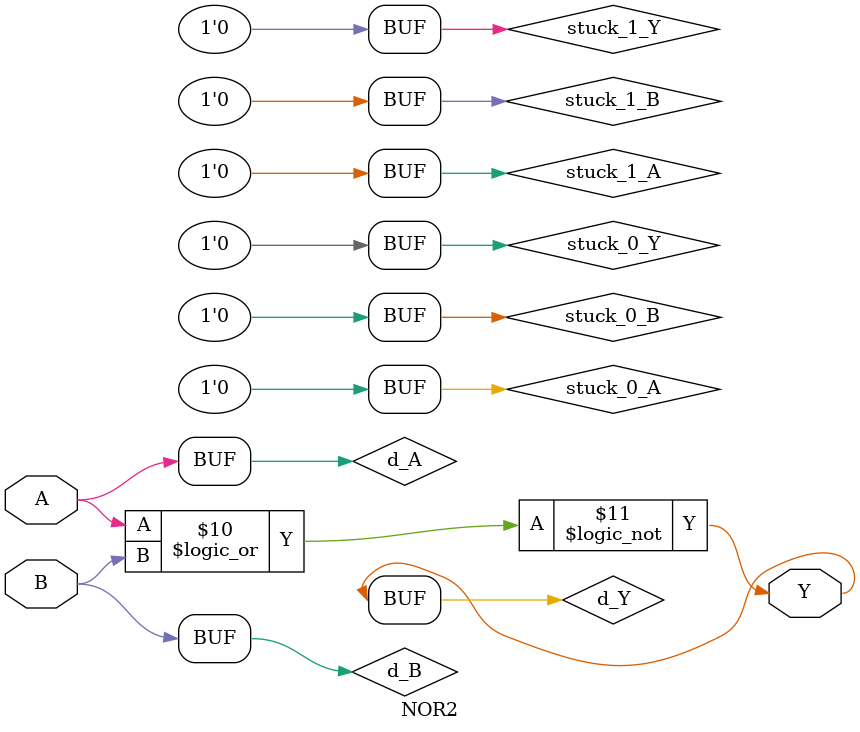
<source format=v>
module NOR2 (input A, output Y, input B);
`ifdef REGISTER
initial begin
   $display("register  %m.stuck_0_A input");
   $display("register  %m.stuck_1_A input");
   $display("register  %m.stuck_0_Y output");
   $display("register  %m.stuck_1_Y output");
   $display("register  %m.stuck_0_B input");
   $display("register  %m.stuck_1_B input");
end
`endif
reg stuck_0_A; initial stuck_0_A=0;
reg stuck_1_A; initial stuck_1_A=0;
wire d_A = stuck_1_A ? 1 : stuck_0_A ? 0 : A;
reg stuck_0_Y; initial stuck_0_Y=0;
reg stuck_1_Y; initial stuck_1_Y=0;
wire d_Y;
assign Y = stuck_1_Y ? 1 : stuck_0_Y ? 0 : d_Y;
reg stuck_0_B; initial stuck_0_B=0;
reg stuck_1_B; initial stuck_1_B=0;
wire d_B = stuck_1_B ? 1 : stuck_0_B ? 0 : B;
assign d_Y = ! ( d_A || d_B );
endmodule

</source>
